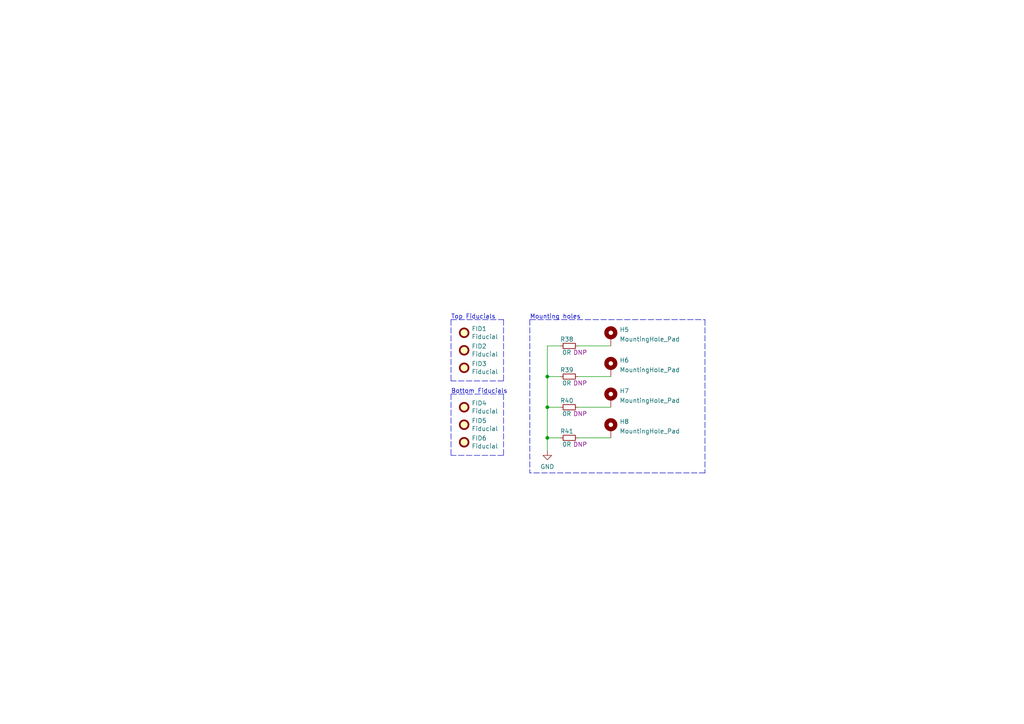
<source format=kicad_sch>
(kicad_sch (version 20211123) (generator eeschema)
  (paper "A4")
  (title_block (title "LumenPnP Motherboard") (date "2022-10-06") (rev "04A") (company "Opulo.io") (comment 1 "Reengineered by Magpie"))
  (lib_symbols
    (symbol "Device:R_Small" (pin_numbers hide) (pin_names (offset 0.254) hide)
      (property "Reference" "R" (at 0.762 0.508 0))
      (property "Value" "R_Small" (at 0.762 -1.016 0))
      (symbol "R_Small_0_1"
        (rectangle (start -0.762 1.778) (end 0.762 -1.778) (stroke (width 0.2032)))
      )
      (symbol "R_Small_1_1"
        (pin passive line (at 0 2.54 270) (length 0.762) (name "~") (number "1"))
        (pin passive line (at 0 -2.54 90) (length 0.762) (name "~") (number "2"))
      )
    )
    (symbol "Mechanical:Fiducial"
      (property "Reference" "FID" (at 0 5.08 0))
      (property "Value" "Fiducial" (at 0 3.175 0))
      (symbol "Fiducial_0_1"
        (circle (center 0 0) (radius 1.27) (stroke (width 0.508)) (fill (type background)))
      )
    )
    (symbol "Mechanical:MountingHole_Pad" (pin_numbers hide) (pin_names (offset 1.016) hide)
      (property "Reference" "H" (at 0 6.35 0))
      (property "Value" "MountingHole_Pad" (at 0 4.445 0))
      (symbol "MountingHole_Pad_0_1"
        (circle (center 0 1.27) (radius 1.27) (stroke (width 1.27)))
      )
      (symbol "MountingHole_Pad_1_1"
        (pin input line (at 0 -2.54 90) (length 2.54) (name "1") (number "1"))
      )
    )
    (symbol "power:GND" (power) (pin_names (offset 0))
      (property "Value" "GND" (at 0 -3.81 0))
      (symbol "GND_0_1"
        (polyline (pts (xy 0 0) (xy 0 -1.27) (xy 1.27 -1.27) (xy 0 -2.54) (xy -1.27 -1.27) (xy 0 -1.27)))
      )
      (symbol "GND_1_1"
        (pin power_in line (at 0 0 270) (length 0) hide (name "GND") (number "1"))
      )
    )
  )
  (junction (at 158.75 109.22))
  (junction (at 158.75 127))
  (junction (at 158.75 118.11))
  (polyline (pts (xy 146.05 114.3) (xy 146.05 132.08)))
  (polyline (pts (xy 204.47 137.16) (xy 153.67 137.16)))
  (polyline (pts (xy 130.81 92.71) (xy 146.05 92.71)))
  (wire (pts (xy 158.75 127) (xy 158.75 130.81)))
  (polyline (pts (xy 146.05 92.71) (xy 146.05 110.49)))
  (polyline (pts (xy 204.47 92.71) (xy 204.47 137.16)))
  (wire (pts (xy 158.75 100.33) (xy 158.75 109.22)))
  (wire (pts (xy 158.75 100.33) (xy 162.56 100.33)))
  (polyline (pts (xy 153.67 92.71) (xy 153.67 137.16)))
  (wire (pts (xy 167.64 127) (xy 177.165 127)))
  (wire (pts (xy 167.64 100.33) (xy 177.165 100.33)))
  (polyline (pts (xy 130.81 114.3) (xy 146.05 114.3)))
  (wire (pts (xy 158.75 118.11) (xy 162.56 118.11)))
  (polyline (pts (xy 130.81 92.71) (xy 130.81 110.49)))
  (polyline (pts (xy 146.05 132.08) (xy 130.81 132.08)))
  (wire (pts (xy 158.75 109.22) (xy 158.75 118.11)))
  (polyline (pts (xy 146.05 110.49) (xy 130.81 110.49)))
  (polyline (pts (xy 153.67 92.71) (xy 204.47 92.71)))
  (wire (pts (xy 158.75 109.22) (xy 162.56 109.22)))
  (wire (pts (xy 167.64 118.11) (xy 177.165 118.11)))
  (wire (pts (xy 158.75 127) (xy 162.56 127)))
  (polyline (pts (xy 130.81 114.3) (xy 130.81 132.08)))
  (wire (pts (xy 158.75 118.11) (xy 158.75 127)))
  (wire (pts (xy 167.64 109.22) (xy 177.165 109.22)))
  (text "Bottom Fiducials" (at 130.81 114.3 0) (effects (font (size 1.27 1.27)) (justify left bottom)))
  (text "Top Fiducials" (at 130.81 92.71 0) (effects (font (size 1.27 1.27)) (justify left bottom)))
  (text "Mounting holes" (at 153.67 92.71 0) (effects (font (size 1.27 1.27)) (justify left bottom)))
  (symbol (lib_id "Mechanical:Fiducial") (at 134.62 96.52 0) (unit 1)
    (property "Reference" "FID1" (at 136.779 95.3516 0) (effects (justify left)))
    (property "Value" "Fiducial" (at 136.779 97.663 0) (effects (justify left)))
    (property "Footprint" "Fiducial:Fiducial_1mm_Mask2mm" (effects hide))
    (property "Mouser" "-" (effects hide))
  )
  (symbol (lib_id "Device:R_Small") (at 165.1 100.33 90) (unit 1)
    (property "Reference" "R38" (at 166.37 98.425 90) (effects (justify left)))
    (property "Value" "0R" (at 165.735 102.235 90) (effects (justify left)))
    (property "Footprint" "Resistor_SMD:R_0805_2012Metric" (effects hide))
    (property "Mouser" "71-CRCW08050000Z0EAC" (effects hide))
    (property "DNP" "DNP" (at 168.275 102.235 90))
  )
  (symbol (lib_id "Mechanical:Fiducial") (at 134.62 106.68 0) (unit 1)
    (property "Reference" "FID3" (at 136.779 105.5116 0) (effects (justify left)))
    (property "Value" "Fiducial" (at 136.779 107.823 0) (effects (justify left)))
    (property "Footprint" "Fiducial:Fiducial_1mm_Mask2mm" (effects hide))
    (property "Mouser" "-" (effects hide))
  )
  (symbol (lib_id "Mechanical:Fiducial") (at 134.62 101.6 0) (unit 1)
    (property "Reference" "FID2" (at 136.779 100.4316 0) (effects (justify left)))
    (property "Value" "Fiducial" (at 136.779 102.743 0) (effects (justify left)))
    (property "Footprint" "Fiducial:Fiducial_1mm_Mask2mm" (effects hide))
    (property "Mouser" "-" (effects hide))
  )
  (symbol (lib_id "power:GND") (at 158.75 130.81 0) (unit 1)
    (property "Reference" "#PWR0243" (effects hide))
    (property "Value" "GND" (at 158.75 135.3725 0))
  )
  (symbol (lib_id "Mechanical:MountingHole_Pad") (at 177.165 106.68 0) (unit 1)
    (property "Reference" "H6" (at 179.705 104.5015 0) (effects (justify left)))
    (property "Value" "MountingHole_Pad" (at 179.705 107.2766 0) (effects (justify left)))
    (property "Footprint" "MountingHole:MountingHole_3.2mm_M3_DIN965_Pad" (effects hide))
    (property "Mouser" "-" (effects hide))
  )
  (symbol (lib_id "Mechanical:MountingHole_Pad") (at 177.165 124.46 0) (unit 1)
    (property "Reference" "H8" (at 179.705 122.2815 0) (effects (justify left)))
    (property "Value" "MountingHole_Pad" (at 179.705 125.0566 0) (effects (justify left)))
    (property "Footprint" "MountingHole:MountingHole_3.2mm_M3_DIN965_Pad" (effects hide))
    (property "Mouser" "-" (effects hide))
  )
  (symbol (lib_id "Device:R_Small") (at 165.1 109.22 90) (unit 1)
    (property "Reference" "R39" (at 166.37 107.315 90) (effects (justify left)))
    (property "Value" "0R" (at 165.735 111.125 90) (effects (justify left)))
    (property "Footprint" "Resistor_SMD:R_0805_2012Metric" (effects hide))
    (property "Mouser" "71-CRCW08050000Z0EAC" (effects hide))
    (property "DNP" "DNP" (at 168.275 111.125 90))
  )
  (symbol (lib_id "Mechanical:Fiducial") (at 134.62 118.11 0) (unit 1)
    (property "Reference" "FID4" (at 136.779 116.9416 0) (effects (justify left)))
    (property "Value" "Fiducial" (at 136.779 119.253 0) (effects (justify left)))
    (property "Footprint" "Fiducial:Fiducial_1mm_Mask2mm" (effects hide))
    (property "Mouser" "-" (effects hide))
  )
  (symbol (lib_id "Mechanical:MountingHole_Pad") (at 177.165 97.79 0) (unit 1)
    (property "Reference" "H5" (at 179.705 95.6115 0) (effects (justify left)))
    (property "Value" "MountingHole_Pad" (at 179.705 98.3866 0) (effects (justify left)))
    (property "Footprint" "MountingHole:MountingHole_3.2mm_M3_DIN965_Pad" (effects hide))
    (property "Mouser" "-" (effects hide))
  )
  (symbol (lib_id "Device:R_Small") (at 165.1 127 90) (unit 1)
    (property "Reference" "R41" (at 166.37 125.095 90) (effects (justify left)))
    (property "Value" "0R" (at 165.735 128.905 90) (effects (justify left)))
    (property "Footprint" "Resistor_SMD:R_0805_2012Metric" (effects hide))
    (property "Mouser" "71-CRCW08050000Z0EAC" (effects hide))
    (property "DNP" "DNP" (at 168.275 128.905 90))
  )
  (symbol (lib_id "Device:R_Small") (at 165.1 118.11 90) (unit 1)
    (property "Reference" "R40" (at 166.37 116.205 90) (effects (justify left)))
    (property "Value" "0R" (at 165.735 120.015 90) (effects (justify left)))
    (property "Footprint" "Resistor_SMD:R_0805_2012Metric" (effects hide))
    (property "Mouser" "71-CRCW08050000Z0EAC" (effects hide))
    (property "DNP" "DNP" (at 168.275 120.015 90))
  )
  (symbol (lib_id "Mechanical:Fiducial") (at 134.62 128.27 0) (unit 1)
    (property "Reference" "FID6" (at 136.779 127.1016 0) (effects (justify left)))
    (property "Value" "Fiducial" (at 136.779 129.413 0) (effects (justify left)))
    (property "Footprint" "Fiducial:Fiducial_1mm_Mask2mm" (effects hide))
    (property "Mouser" "-" (effects hide))
  )
  (symbol (lib_id "Mechanical:MountingHole_Pad") (at 177.165 115.57 0) (unit 1)
    (property "Reference" "H7" (at 179.705 113.3915 0) (effects (justify left)))
    (property "Value" "MountingHole_Pad" (at 179.705 116.1666 0) (effects (justify left)))
    (property "Footprint" "MountingHole:MountingHole_3.2mm_M3_DIN965_Pad" (effects hide))
    (property "Mouser" "-" (effects hide))
  )
  (symbol (lib_id "Mechanical:Fiducial") (at 134.62 123.19 0) (unit 1)
    (property "Reference" "FID5" (at 136.779 122.0216 0) (effects (justify left)))
    (property "Value" "Fiducial" (at 136.779 124.333 0) (effects (justify left)))
    (property "Footprint" "Fiducial:Fiducial_1mm_Mask2mm" (effects hide))
    (property "Mouser" "-" (effects hide))
  )
)
</source>
